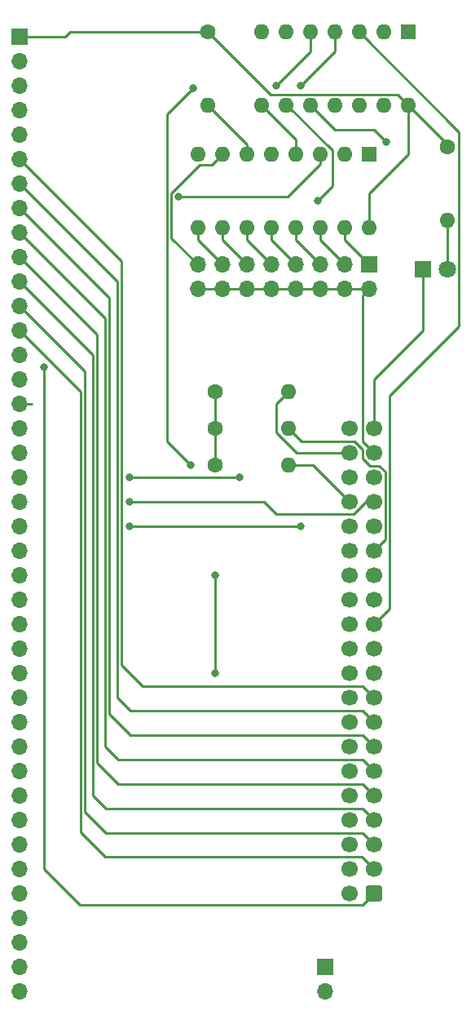
<source format=gbr>
%TF.GenerationSoftware,KiCad,Pcbnew,5.1.6-c6e7f7d~87~ubuntu18.04.1*%
%TF.CreationDate,2020-10-10T11:51:25+01:00*%
%TF.ProjectId,CFCard,43464361-7264-42e6-9b69-6361645f7063,rev?*%
%TF.SameCoordinates,Original*%
%TF.FileFunction,Copper,L1,Top*%
%TF.FilePolarity,Positive*%
%FSLAX46Y46*%
G04 Gerber Fmt 4.6, Leading zero omitted, Abs format (unit mm)*
G04 Created by KiCad (PCBNEW 5.1.6-c6e7f7d~87~ubuntu18.04.1) date 2020-10-10 11:51:25*
%MOMM*%
%LPD*%
G01*
G04 APERTURE LIST*
%TA.AperFunction,ComponentPad*%
%ADD10O,1.700000X1.700000*%
%TD*%
%TA.AperFunction,ComponentPad*%
%ADD11R,1.700000X1.700000*%
%TD*%
%TA.AperFunction,ComponentPad*%
%ADD12O,1.600000X1.600000*%
%TD*%
%TA.AperFunction,ComponentPad*%
%ADD13C,1.600000*%
%TD*%
%TA.AperFunction,ComponentPad*%
%ADD14C,1.700000*%
%TD*%
%TA.AperFunction,ComponentPad*%
%ADD15C,1.800000*%
%TD*%
%TA.AperFunction,ComponentPad*%
%ADD16R,1.800000X1.800000*%
%TD*%
%TA.AperFunction,ComponentPad*%
%ADD17R,1.600000X1.600000*%
%TD*%
%TA.AperFunction,ViaPad*%
%ADD18C,0.800000*%
%TD*%
%TA.AperFunction,Conductor*%
%ADD19C,0.250000*%
%TD*%
G04 APERTURE END LIST*
D10*
%TO.P,J4,2*%
%TO.N,GND*%
X116840000Y-135890000D03*
D11*
%TO.P,J4,1*%
%TO.N,+5V*%
X116840000Y-133350000D03*
%TD*%
D12*
%TO.P,R4,2*%
%TO.N,Net-(J1-Pad29)*%
X113030000Y-77470000D03*
D13*
%TO.P,R4,1*%
%TO.N,+5V*%
X105410000Y-77470000D03*
%TD*%
D12*
%TO.P,R3,2*%
%TO.N,Net-(D1-Pad2)*%
X129540000Y-55880000D03*
D13*
%TO.P,R3,1*%
%TO.N,+5V*%
X129540000Y-48260000D03*
%TD*%
D12*
%TO.P,R2,2*%
%TO.N,Net-(J1-Pad38)*%
X113030000Y-73660000D03*
D13*
%TO.P,R2,1*%
%TO.N,+5V*%
X105410000Y-73660000D03*
%TD*%
D12*
%TO.P,R1,2*%
%TO.N,Net-(J1-Pad34)*%
X113030000Y-81280000D03*
D13*
%TO.P,R1,1*%
%TO.N,+5V*%
X105410000Y-81280000D03*
%TD*%
D14*
%TO.P,J1,40*%
%TO.N,GND*%
X119380000Y-77470000D03*
%TO.P,J1,38*%
%TO.N,Net-(J1-Pad38)*%
X119380000Y-80010000D03*
%TO.P,J1,36*%
%TO.N,A2*%
X119380000Y-82550000D03*
%TO.P,J1,34*%
%TO.N,Net-(J1-Pad34)*%
X119380000Y-85090000D03*
%TO.P,J1,32*%
%TO.N,Net-(J1-Pad32)*%
X119380000Y-87630000D03*
%TO.P,J1,30*%
%TO.N,GND*%
X119380000Y-90170000D03*
%TO.P,J1,28*%
X119380000Y-92710000D03*
%TO.P,J1,26*%
X119380000Y-95250000D03*
%TO.P,J1,24*%
X119380000Y-97790000D03*
%TO.P,J1,22*%
X119380000Y-100330000D03*
%TO.P,J1,20*%
%TO.N,Net-(J1-Pad20)*%
X119380000Y-102870000D03*
%TO.P,J1,18*%
%TO.N,Net-(J1-Pad18)*%
X119380000Y-105410000D03*
%TO.P,J1,16*%
%TO.N,Net-(J1-Pad16)*%
X119380000Y-107950000D03*
%TO.P,J1,14*%
%TO.N,Net-(J1-Pad14)*%
X119380000Y-110490000D03*
%TO.P,J1,12*%
%TO.N,Net-(J1-Pad12)*%
X119380000Y-113030000D03*
%TO.P,J1,10*%
%TO.N,Net-(J1-Pad10)*%
X119380000Y-115570000D03*
%TO.P,J1,8*%
%TO.N,Net-(J1-Pad8)*%
X119380000Y-118110000D03*
%TO.P,J1,6*%
%TO.N,Net-(J1-Pad6)*%
X119380000Y-120650000D03*
%TO.P,J1,4*%
%TO.N,Net-(J1-Pad4)*%
X119380000Y-123190000D03*
%TO.P,J1,2*%
%TO.N,GND*%
X119380000Y-125730000D03*
%TO.P,J1,39*%
%TO.N,Net-(D1-Pad1)*%
X121920000Y-77470000D03*
%TO.P,J1,37*%
%TO.N,CS0*%
X121920000Y-80010000D03*
%TO.P,J1,35*%
%TO.N,A0*%
X121920000Y-82550000D03*
%TO.P,J1,33*%
%TO.N,A1*%
X121920000Y-85090000D03*
%TO.P,J1,31*%
%TO.N,Net-(J1-Pad31)*%
X121920000Y-87630000D03*
%TO.P,J1,29*%
%TO.N,Net-(J1-Pad29)*%
X121920000Y-90170000D03*
%TO.P,J1,27*%
%TO.N,Net-(J1-Pad27)*%
X121920000Y-92710000D03*
%TO.P,J1,25*%
%TO.N,IORD*%
X121920000Y-95250000D03*
%TO.P,J1,23*%
%TO.N,IOWR*%
X121920000Y-97790000D03*
%TO.P,J1,21*%
%TO.N,Net-(J1-Pad21)*%
X121920000Y-100330000D03*
%TO.P,J1,19*%
%TO.N,GND*%
X121920000Y-102870000D03*
%TO.P,J1,17*%
%TO.N,D0*%
X121920000Y-105410000D03*
%TO.P,J1,15*%
%TO.N,D1*%
X121920000Y-107950000D03*
%TO.P,J1,13*%
%TO.N,D2*%
X121920000Y-110490000D03*
%TO.P,J1,11*%
%TO.N,D3*%
X121920000Y-113030000D03*
%TO.P,J1,9*%
%TO.N,D4*%
X121920000Y-115570000D03*
%TO.P,J1,7*%
%TO.N,D5*%
X121920000Y-118110000D03*
%TO.P,J1,5*%
%TO.N,D6*%
X121920000Y-120650000D03*
%TO.P,J1,3*%
%TO.N,D7*%
X121920000Y-123190000D03*
%TO.P,J1,1*%
%TO.N,RESET*%
%TA.AperFunction,ComponentPad*%
G36*
G01*
X122770000Y-125130000D02*
X122770000Y-126330000D01*
G75*
G02*
X122520000Y-126580000I-250000J0D01*
G01*
X121320000Y-126580000D01*
G75*
G02*
X121070000Y-126330000I0J250000D01*
G01*
X121070000Y-125130000D01*
G75*
G02*
X121320000Y-124880000I250000J0D01*
G01*
X122520000Y-124880000D01*
G75*
G02*
X122770000Y-125130000I0J-250000D01*
G01*
G37*
%TD.AperFunction*%
%TD*%
D15*
%TO.P,D1,2*%
%TO.N,Net-(D1-Pad2)*%
X129540000Y-60960000D03*
D16*
%TO.P,D1,1*%
%TO.N,Net-(D1-Pad1)*%
X127000000Y-60960000D03*
%TD*%
D12*
%TO.P,R6,2*%
%TO.N,Net-(R6-Pad2)*%
X104648000Y-43942000D03*
D13*
%TO.P,R6,1*%
%TO.N,+5V*%
X104648000Y-36322000D03*
%TD*%
D17*
%TO.P,U1,1*%
%TO.N,Net-(J2-Pad15)*%
X125476000Y-36322000D03*
D12*
%TO.P,U1,8*%
%TO.N,Net-(U1-Pad8)*%
X110236000Y-43942000D03*
%TO.P,U1,2*%
%TO.N,Net-(J2-Pad17)*%
X122936000Y-36322000D03*
%TO.P,U1,9*%
%TO.N,A6*%
X112776000Y-43942000D03*
%TO.P,U1,3*%
%TO.N,IOWR*%
X120396000Y-36322000D03*
%TO.P,U1,10*%
%TO.N,A7*%
X115316000Y-43942000D03*
%TO.P,U1,4*%
%TO.N,Net-(J2-Pad16)*%
X117856000Y-36322000D03*
%TO.P,U1,11*%
%TO.N,Net-(U1-Pad11)*%
X117856000Y-43942000D03*
%TO.P,U1,5*%
%TO.N,Net-(J2-Pad15)*%
X115316000Y-36322000D03*
%TO.P,U1,12*%
%TO.N,GND*%
X120396000Y-43942000D03*
%TO.P,U1,6*%
%TO.N,IORD*%
X112776000Y-36322000D03*
%TO.P,U1,13*%
%TO.N,GND*%
X122936000Y-43942000D03*
%TO.P,U1,7*%
X110236000Y-36322000D03*
%TO.P,U1,14*%
%TO.N,+5V*%
X125476000Y-43942000D03*
%TD*%
D17*
%TO.P,U2,1*%
%TO.N,A3*%
X121412000Y-49022000D03*
D12*
%TO.P,U2,9*%
%TO.N,Net-(J3-Pad13)*%
X103632000Y-56642000D03*
%TO.P,U2,2*%
%TO.N,A4*%
X118872000Y-49022000D03*
%TO.P,U2,10*%
%TO.N,Net-(J3-Pad11)*%
X106172000Y-56642000D03*
%TO.P,U2,3*%
%TO.N,A5*%
X116332000Y-49022000D03*
%TO.P,U2,11*%
%TO.N,Net-(J3-Pad9)*%
X108712000Y-56642000D03*
%TO.P,U2,4*%
%TO.N,Net-(U1-Pad8)*%
X113792000Y-49022000D03*
%TO.P,U2,12*%
%TO.N,Net-(J3-Pad7)*%
X111252000Y-56642000D03*
%TO.P,U2,5*%
%TO.N,Net-(J2-Pad15)*%
X111252000Y-49022000D03*
%TO.P,U2,13*%
%TO.N,Net-(J3-Pad5)*%
X113792000Y-56642000D03*
%TO.P,U2,6*%
%TO.N,Net-(R6-Pad2)*%
X108712000Y-49022000D03*
%TO.P,U2,14*%
%TO.N,Net-(J3-Pad3)*%
X116332000Y-56642000D03*
%TO.P,U2,7*%
%TO.N,Net-(J3-Pad15)*%
X106172000Y-49022000D03*
%TO.P,U2,15*%
%TO.N,Net-(J3-Pad1)*%
X118872000Y-56642000D03*
%TO.P,U2,8*%
%TO.N,GND*%
X103632000Y-49022000D03*
%TO.P,U2,16*%
%TO.N,+5V*%
X121412000Y-56642000D03*
%TD*%
D11*
%TO.P,J3,1*%
%TO.N,Net-(J3-Pad1)*%
X121412000Y-60452000D03*
D10*
%TO.P,J3,2*%
%TO.N,CS0*%
X121412000Y-62992000D03*
%TO.P,J3,3*%
%TO.N,Net-(J3-Pad3)*%
X118872000Y-60452000D03*
%TO.P,J3,4*%
%TO.N,CS0*%
X118872000Y-62992000D03*
%TO.P,J3,5*%
%TO.N,Net-(J3-Pad5)*%
X116332000Y-60452000D03*
%TO.P,J3,6*%
%TO.N,CS0*%
X116332000Y-62992000D03*
%TO.P,J3,7*%
%TO.N,Net-(J3-Pad7)*%
X113792000Y-60452000D03*
%TO.P,J3,8*%
%TO.N,CS0*%
X113792000Y-62992000D03*
%TO.P,J3,9*%
%TO.N,Net-(J3-Pad9)*%
X111252000Y-60452000D03*
%TO.P,J3,10*%
%TO.N,CS0*%
X111252000Y-62992000D03*
%TO.P,J3,11*%
%TO.N,Net-(J3-Pad11)*%
X108712000Y-60452000D03*
%TO.P,J3,12*%
%TO.N,CS0*%
X108712000Y-62992000D03*
%TO.P,J3,13*%
%TO.N,Net-(J3-Pad13)*%
X106172000Y-60452000D03*
%TO.P,J3,14*%
%TO.N,CS0*%
X106172000Y-62992000D03*
%TO.P,J3,15*%
%TO.N,Net-(J3-Pad15)*%
X103632000Y-60452000D03*
%TO.P,J3,16*%
%TO.N,CS0*%
X103632000Y-62992000D03*
%TD*%
D11*
%TO.P,J2,1*%
%TO.N,+5V*%
X85090000Y-36830000D03*
D10*
%TO.P,J2,2*%
%TO.N,GND*%
X85090000Y-39370000D03*
%TO.P,J2,3*%
%TO.N,Net-(J2-Pad3)*%
X85090000Y-41910000D03*
%TO.P,J2,4*%
%TO.N,RESET*%
X85090000Y-44450000D03*
%TO.P,J2,5*%
%TO.N,Net-(J2-Pad5)*%
X85090000Y-46990000D03*
%TO.P,J2,6*%
%TO.N,D0*%
X85090000Y-49530000D03*
%TO.P,J2,7*%
%TO.N,D1*%
X85090000Y-52070000D03*
%TO.P,J2,8*%
%TO.N,D2*%
X85090000Y-54610000D03*
%TO.P,J2,9*%
%TO.N,D3*%
X85090000Y-57150000D03*
%TO.P,J2,10*%
%TO.N,D4*%
X85090000Y-59690000D03*
%TO.P,J2,11*%
%TO.N,D5*%
X85090000Y-62230000D03*
%TO.P,J2,12*%
%TO.N,D6*%
X85090000Y-64770000D03*
%TO.P,J2,13*%
%TO.N,D7*%
X85090000Y-67310000D03*
%TO.P,J2,14*%
%TO.N,Net-(J2-Pad14)*%
X85090000Y-69850000D03*
%TO.P,J2,15*%
%TO.N,Net-(J2-Pad15)*%
X85090000Y-72390000D03*
%TO.P,J2,16*%
%TO.N,Net-(J2-Pad16)*%
X85090000Y-74930000D03*
%TO.P,J2,17*%
%TO.N,Net-(J2-Pad17)*%
X85090000Y-77470000D03*
%TO.P,J2,18*%
%TO.N,Net-(J2-Pad18)*%
X85090000Y-80010000D03*
%TO.P,J2,19*%
%TO.N,A0*%
X85090000Y-82550000D03*
%TO.P,J2,20*%
%TO.N,A1*%
X85090000Y-85090000D03*
%TO.P,J2,21*%
%TO.N,A2*%
X85090000Y-87630000D03*
%TO.P,J2,22*%
%TO.N,A3*%
X85090000Y-90170000D03*
%TO.P,J2,23*%
%TO.N,A4*%
X85090000Y-92710000D03*
%TO.P,J2,24*%
%TO.N,A5*%
X85090000Y-95250000D03*
%TO.P,J2,25*%
%TO.N,A6*%
X85090000Y-97790000D03*
%TO.P,J2,26*%
%TO.N,A7*%
X85090000Y-100330000D03*
%TO.P,J2,27*%
%TO.N,Net-(J2-Pad27)*%
X85090000Y-102870000D03*
%TO.P,J2,28*%
%TO.N,Net-(J2-Pad28)*%
X85090000Y-105410000D03*
%TO.P,J2,29*%
%TO.N,Net-(J2-Pad29)*%
X85090000Y-107950000D03*
%TO.P,J2,30*%
%TO.N,Net-(J2-Pad30)*%
X85090000Y-110490000D03*
%TO.P,J2,31*%
%TO.N,Net-(J2-Pad31)*%
X85090000Y-113030000D03*
%TO.P,J2,32*%
%TO.N,Net-(J2-Pad32)*%
X85090000Y-115570000D03*
%TO.P,J2,33*%
%TO.N,Net-(J2-Pad33)*%
X85090000Y-118110000D03*
%TO.P,J2,34*%
%TO.N,Net-(J2-Pad34)*%
X85090000Y-120650000D03*
%TO.P,J2,35*%
%TO.N,Net-(J2-Pad35)*%
X85090000Y-123190000D03*
%TO.P,J2,36*%
%TO.N,Net-(J2-Pad36)*%
X85090000Y-125730000D03*
%TO.P,J2,37*%
%TO.N,Net-(J2-Pad37)*%
X85090000Y-128270000D03*
%TO.P,J2,38*%
%TO.N,Net-(J2-Pad38)*%
X85090000Y-130810000D03*
%TO.P,J2,39*%
%TO.N,Net-(J2-Pad39)*%
X85090000Y-133350000D03*
%TO.P,J2,40*%
%TO.N,Net-(J2-Pad40)*%
X85090000Y-135890000D03*
%TD*%
D18*
%TO.N,A0*%
X96520000Y-82550000D03*
X107950000Y-82550000D03*
%TO.N,A1*%
X96520000Y-85090000D03*
%TO.N,A2*%
X96520000Y-87630000D03*
X114300000Y-87630000D03*
%TO.N,RESET*%
X87630000Y-71120000D03*
%TO.N,+5V*%
X105410000Y-92710000D03*
X105410000Y-102870000D03*
%TO.N,IORD*%
X103124000Y-42164000D03*
X102870000Y-81280000D03*
%TO.N,A7*%
X123227190Y-47740040D03*
%TO.N,A6*%
X116078000Y-53848000D03*
%TO.N,A5*%
X101600000Y-53442430D03*
%TO.N,Net-(J2-Pad16)*%
X114300000Y-41910000D03*
%TO.N,Net-(J2-Pad15)*%
X111760000Y-41910000D03*
%TD*%
D19*
%TO.N,Net-(J1-Pad29)*%
X123095001Y-88994999D02*
X121920000Y-90170000D01*
X122484001Y-81374999D02*
X123095001Y-81985999D01*
X123095001Y-81985999D02*
X123095001Y-88994999D01*
X120744999Y-80574001D02*
X121545997Y-81374999D01*
X121545997Y-81374999D02*
X122484001Y-81374999D01*
X119944001Y-78834999D02*
X120744999Y-79635997D01*
X114394999Y-78834999D02*
X119944001Y-78834999D01*
X120744999Y-79635997D02*
X120744999Y-80574001D01*
X113030000Y-77470000D02*
X114394999Y-78834999D01*
%TO.N,Net-(D1-Pad2)*%
X129540000Y-55880000D02*
X129540000Y-60960000D01*
%TO.N,Net-(D1-Pad1)*%
X121920000Y-77470000D02*
X121920000Y-72390000D01*
X127000000Y-67310000D02*
X127000000Y-60960000D01*
X121920000Y-72390000D02*
X127000000Y-67310000D01*
%TO.N,D2*%
X85090000Y-54610000D02*
X94430010Y-63950010D01*
X94430010Y-63950010D02*
X94430010Y-107130010D01*
X120744999Y-109314999D02*
X121920000Y-110490000D01*
X96614999Y-109314999D02*
X120744999Y-109314999D01*
X94430010Y-107130010D02*
X96614999Y-109314999D01*
%TO.N,D1*%
X85090000Y-52070000D02*
X95250000Y-62230000D01*
X95250000Y-62230000D02*
X95250000Y-105410000D01*
X120744999Y-106774999D02*
X121920000Y-107950000D01*
X96614999Y-106774999D02*
X120744999Y-106774999D01*
X95250000Y-105410000D02*
X96614999Y-106774999D01*
%TO.N,D0*%
X85090000Y-49530000D02*
X95700010Y-60140010D01*
X95700010Y-60140010D02*
X95700010Y-102050010D01*
X120744999Y-104234999D02*
X121920000Y-105410000D01*
X97884999Y-104234999D02*
X120744999Y-104234999D01*
X95700010Y-102050010D02*
X97884999Y-104234999D01*
%TO.N,A0*%
X96520000Y-82550000D02*
X101600000Y-82550000D01*
X107950000Y-82550000D02*
X101600000Y-82550000D01*
%TO.N,CS0*%
X121412000Y-62992000D02*
X103632000Y-62992000D01*
%TO.N,A1*%
X121119002Y-85090000D02*
X121920000Y-85090000D01*
X119849002Y-86360000D02*
X121119002Y-85090000D01*
X111760000Y-86360000D02*
X119849002Y-86360000D01*
X110490000Y-85090000D02*
X111760000Y-86360000D01*
X96520000Y-85090000D02*
X110490000Y-85090000D01*
%TO.N,A2*%
X96520000Y-87630000D02*
X101600000Y-87630000D01*
X101600000Y-87630000D02*
X114300000Y-87630000D01*
%TO.N,RESET*%
X87630000Y-71120000D02*
X87630000Y-123190000D01*
X120744999Y-126905001D02*
X121920000Y-125730000D01*
X91345001Y-126905001D02*
X120744999Y-126905001D01*
X87630000Y-123190000D02*
X91345001Y-126905001D01*
%TO.N,+5V*%
X89887138Y-36830000D02*
X90395138Y-36322000D01*
X85090000Y-36830000D02*
X89887138Y-36830000D01*
X90395138Y-36322000D02*
X101092000Y-36322000D01*
X125476000Y-48006000D02*
X125476000Y-49022000D01*
X121412000Y-53086000D02*
X125476000Y-49022000D01*
X121412000Y-56642000D02*
X121412000Y-53086000D01*
X101092000Y-36322000D02*
X104648000Y-36322000D01*
X111142999Y-42816999D02*
X104648000Y-36322000D01*
X124350999Y-42816999D02*
X111142999Y-42816999D01*
X125476000Y-43942000D02*
X124350999Y-42816999D01*
X125476000Y-43942000D02*
X125476000Y-49022000D01*
X129540000Y-48006000D02*
X129540000Y-48260000D01*
X125476000Y-43942000D02*
X129540000Y-48006000D01*
X105410000Y-73660000D02*
X105410000Y-81280000D01*
X105410000Y-92710000D02*
X105410000Y-102870000D01*
%TO.N,IOWR*%
X123545010Y-96164990D02*
X121920000Y-97790000D01*
X123545010Y-74080002D02*
X123545010Y-96164990D01*
X130765001Y-66860011D02*
X123545010Y-74080002D01*
X130765001Y-46691001D02*
X130765001Y-66860011D01*
X120396000Y-36322000D02*
X130765001Y-46691001D01*
%TO.N,IORD*%
X100424989Y-78834989D02*
X102870000Y-81280000D01*
X103124000Y-42164000D02*
X100424989Y-44863011D01*
X100424989Y-44863011D02*
X100424989Y-78834989D01*
%TO.N,D7*%
X120650000Y-121920000D02*
X121920000Y-123190000D01*
X93980000Y-121920000D02*
X120650000Y-121920000D01*
X91440000Y-119380000D02*
X93980000Y-121920000D01*
X85090000Y-67310000D02*
X91440000Y-73660000D01*
X91440000Y-73660000D02*
X91440000Y-119380000D01*
%TO.N,D6*%
X85090000Y-64770000D02*
X91890010Y-71570010D01*
X91890010Y-71570010D02*
X91890010Y-117290010D01*
X120744999Y-119474999D02*
X121920000Y-120650000D01*
X94074999Y-119474999D02*
X120744999Y-119474999D01*
X91890010Y-117290010D02*
X94074999Y-119474999D01*
%TO.N,D5*%
X85090000Y-62230000D02*
X92710000Y-69850000D01*
X92710000Y-69850000D02*
X92710000Y-115570000D01*
X120744999Y-116934999D02*
X121920000Y-118110000D01*
X94074999Y-116934999D02*
X120744999Y-116934999D01*
X92710000Y-115570000D02*
X94074999Y-116934999D01*
%TO.N,D4*%
X85090000Y-59690000D02*
X93160010Y-67760010D01*
X93160010Y-67760010D02*
X93160010Y-112210010D01*
X120744999Y-114394999D02*
X121920000Y-115570000D01*
X95344999Y-114394999D02*
X120744999Y-114394999D01*
X93160010Y-112210010D02*
X95344999Y-114394999D01*
%TO.N,D3*%
X85090000Y-57150000D02*
X93980000Y-66040000D01*
X93980000Y-66040000D02*
X93980000Y-110490000D01*
X95344999Y-111854999D02*
X120744999Y-111854999D01*
X120744999Y-111854999D02*
X121920000Y-113030000D01*
X93980000Y-110490000D02*
X95344999Y-111854999D01*
%TO.N,A7*%
X123227190Y-47740040D02*
X121969150Y-46482000D01*
X117856000Y-46482000D02*
X115316000Y-43942000D01*
X121969150Y-46482000D02*
X117856000Y-46482000D01*
%TO.N,A6*%
X116078000Y-53848000D02*
X117602000Y-52324000D01*
X112917002Y-43942000D02*
X112776000Y-43942000D01*
X117602000Y-48626998D02*
X112917002Y-43942000D01*
X117602000Y-52324000D02*
X117602000Y-48626998D01*
%TO.N,A5*%
X101600000Y-53442430D02*
X112927570Y-53442430D01*
X116332000Y-50038000D02*
X116332000Y-49022000D01*
X112927570Y-53442430D02*
X116332000Y-50038000D01*
%TO.N,Net-(J2-Pad16)*%
X85090000Y-74930000D02*
X86360000Y-74930000D01*
X117856000Y-38354000D02*
X117856000Y-36322000D01*
X114300000Y-41910000D02*
X117856000Y-38354000D01*
%TO.N,Net-(J2-Pad15)*%
X115316000Y-38354000D02*
X115316000Y-36322000D01*
X111760000Y-41910000D02*
X115316000Y-38354000D01*
%TO.N,Net-(J3-Pad15)*%
X103822427Y-50147001D02*
X105046999Y-50147001D01*
X105046999Y-50147001D02*
X106172000Y-49022000D01*
X100874999Y-53094429D02*
X103822427Y-50147001D01*
X100874999Y-57694999D02*
X100874999Y-53094429D01*
X103632000Y-60452000D02*
X100874999Y-57694999D01*
%TO.N,Net-(J3-Pad13)*%
X103632000Y-57912000D02*
X106172000Y-60452000D01*
X103632000Y-56642000D02*
X103632000Y-57912000D01*
%TO.N,Net-(J3-Pad11)*%
X106172000Y-57912000D02*
X108712000Y-60452000D01*
X106172000Y-56642000D02*
X106172000Y-57912000D01*
%TO.N,Net-(J3-Pad9)*%
X108712000Y-57912000D02*
X111252000Y-60452000D01*
X108712000Y-56642000D02*
X108712000Y-57912000D01*
%TO.N,Net-(J3-Pad7)*%
X111252000Y-57912000D02*
X113792000Y-60452000D01*
X111252000Y-56642000D02*
X111252000Y-57912000D01*
%TO.N,Net-(J3-Pad5)*%
X113792000Y-56642000D02*
X113792000Y-57912000D01*
X113792000Y-57912000D02*
X116332000Y-60452000D01*
%TO.N,Net-(J3-Pad3)*%
X116332000Y-57912000D02*
X118872000Y-60452000D01*
X116332000Y-56642000D02*
X116332000Y-57912000D01*
%TO.N,Net-(J3-Pad1)*%
X118872000Y-57912000D02*
X121412000Y-60452000D01*
X118872000Y-56642000D02*
X118872000Y-57912000D01*
%TO.N,Net-(U1-Pad8)*%
X113792000Y-47498000D02*
X113792000Y-49022000D01*
X110236000Y-43942000D02*
X113792000Y-47498000D01*
%TO.N,Net-(R6-Pad2)*%
X108712000Y-48006000D02*
X108712000Y-49022000D01*
X104648000Y-43942000D02*
X108712000Y-48006000D01*
%TO.N,Net-(J1-Pad38)*%
X111760000Y-74930000D02*
X113030000Y-73660000D01*
X111760000Y-77865002D02*
X111760000Y-74930000D01*
X119380000Y-80010000D02*
X113904998Y-80010000D01*
X113904998Y-80010000D02*
X111760000Y-77865002D01*
%TO.N,Net-(J1-Pad34)*%
X115570000Y-81280000D02*
X119380000Y-85090000D01*
X113030000Y-81280000D02*
X115570000Y-81280000D01*
%TO.N,CS0*%
X120744999Y-63659001D02*
X121412000Y-62992000D01*
X120744999Y-78834999D02*
X120744999Y-63659001D01*
X121920000Y-80010000D02*
X120744999Y-78834999D01*
%TD*%
M02*

</source>
